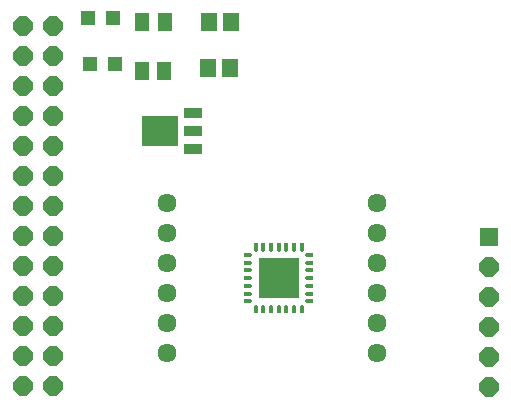
<source format=gts>
G75*
G70*
%OFA0B0*%
%FSLAX24Y24*%
%IPPOS*%
%LPD*%
%AMOC8*
5,1,8,0,0,1.08239X$1,22.5*
%
%ADD10C,0.0138*%
%ADD11R,0.0138X0.0236*%
%ADD12R,0.0236X0.0138*%
%ADD13R,0.1378X0.1378*%
%ADD14C,0.0634*%
%ADD15R,0.0631X0.0355*%
%ADD16R,0.1221X0.1024*%
%ADD17R,0.0552X0.0631*%
%ADD18OC8,0.0640*%
%ADD19R,0.0512X0.0512*%
%ADD20R,0.0512X0.0631*%
%ADD21R,0.0640X0.0640*%
D10*
X009800Y009897D03*
X009977Y009720D03*
X010233Y009720D03*
X010489Y009720D03*
X010745Y009720D03*
X011001Y009720D03*
X011257Y009720D03*
X011513Y009720D03*
X011690Y009897D03*
X011690Y010153D03*
X011690Y010409D03*
X011690Y010665D03*
X011690Y010921D03*
X011690Y011177D03*
X011690Y011433D03*
X011513Y011610D03*
X011257Y011610D03*
X011001Y011610D03*
X010745Y011610D03*
X010489Y011610D03*
X010233Y011610D03*
X009977Y011610D03*
X009800Y011433D03*
X009800Y011177D03*
X009800Y010921D03*
X009800Y010665D03*
X009800Y010409D03*
X009800Y010153D03*
D11*
X009977Y009602D03*
X010233Y009602D03*
X010489Y009602D03*
X010745Y009602D03*
X011001Y009602D03*
X011257Y009602D03*
X011513Y009602D03*
X011513Y011728D03*
X011257Y011728D03*
X011001Y011728D03*
X010745Y011728D03*
X010489Y011728D03*
X010233Y011728D03*
X009977Y011728D03*
D12*
X009682Y011433D03*
X009682Y011177D03*
X009682Y010921D03*
X009682Y010665D03*
X009682Y010409D03*
X009682Y010153D03*
X009682Y009897D03*
X011808Y009897D03*
X011808Y010153D03*
X011808Y010409D03*
X011808Y010665D03*
X011808Y010921D03*
X011808Y011177D03*
X011808Y011433D03*
D13*
X010745Y010665D03*
D14*
X014035Y011156D03*
X014035Y012156D03*
X014035Y013156D03*
X014035Y010156D03*
X014035Y009156D03*
X014035Y008156D03*
X007035Y008156D03*
X007035Y009156D03*
X007035Y010156D03*
X007035Y011156D03*
X007035Y012156D03*
X007035Y013156D03*
D15*
X007891Y014977D03*
X007891Y015568D03*
X007891Y016159D03*
D16*
X006789Y015568D03*
D17*
X008386Y017674D03*
X009134Y017674D03*
X009162Y019196D03*
X008414Y019196D03*
D18*
X002211Y007080D03*
X002211Y008080D03*
X002211Y009080D03*
X002211Y010080D03*
X002211Y011080D03*
X002211Y012080D03*
X002211Y013080D03*
X002211Y014080D03*
X002211Y015080D03*
X002211Y016080D03*
X002211Y017080D03*
X002211Y018080D03*
X002211Y019080D03*
X003211Y019080D03*
X003211Y018080D03*
X003211Y017080D03*
X003211Y016080D03*
X003211Y015080D03*
X003211Y014080D03*
X003211Y013080D03*
X003211Y012080D03*
X003211Y011080D03*
X003211Y010080D03*
X003211Y009080D03*
X003211Y008080D03*
X003211Y007080D03*
X017760Y007040D03*
X017760Y008040D03*
X017760Y009040D03*
X017760Y010040D03*
X017760Y011040D03*
D19*
X005281Y017820D03*
X004454Y017820D03*
X004394Y019350D03*
X005221Y019350D03*
D20*
X006202Y019200D03*
X006952Y019200D03*
X006938Y017584D03*
X006188Y017584D03*
D21*
X017760Y012040D03*
M02*

</source>
